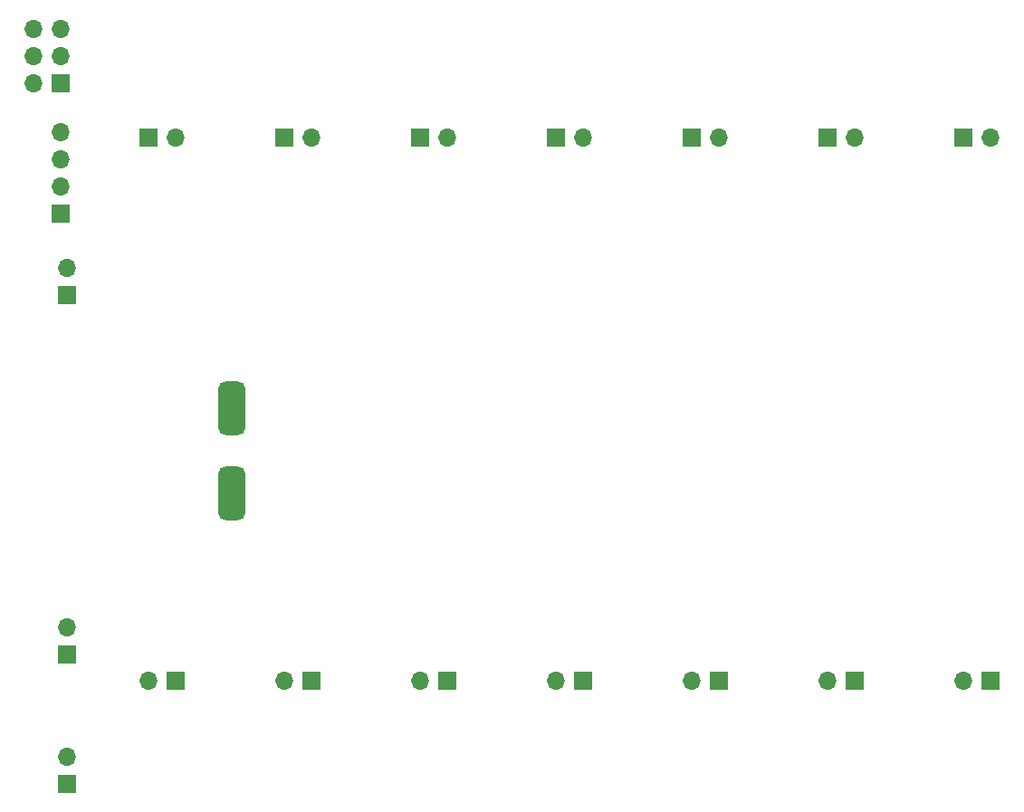
<source format=gbr>
%TF.GenerationSoftware,KiCad,Pcbnew,6.0.0*%
%TF.CreationDate,2022-01-12T20:58:30-05:00*%
%TF.ProjectId,output-board,6f757470-7574-42d6-926f-6172642e6b69,rev?*%
%TF.SameCoordinates,Original*%
%TF.FileFunction,Soldermask,Bot*%
%TF.FilePolarity,Negative*%
%FSLAX46Y46*%
G04 Gerber Fmt 4.6, Leading zero omitted, Abs format (unit mm)*
G04 Created by KiCad (PCBNEW 6.0.0) date 2022-01-12 20:58:30*
%MOMM*%
%LPD*%
G01*
G04 APERTURE LIST*
G04 Aperture macros list*
%AMRoundRect*
0 Rectangle with rounded corners*
0 $1 Rounding radius*
0 $2 $3 $4 $5 $6 $7 $8 $9 X,Y pos of 4 corners*
0 Add a 4 corners polygon primitive as box body*
4,1,4,$2,$3,$4,$5,$6,$7,$8,$9,$2,$3,0*
0 Add four circle primitives for the rounded corners*
1,1,$1+$1,$2,$3*
1,1,$1+$1,$4,$5*
1,1,$1+$1,$6,$7*
1,1,$1+$1,$8,$9*
0 Add four rect primitives between the rounded corners*
20,1,$1+$1,$2,$3,$4,$5,0*
20,1,$1+$1,$4,$5,$6,$7,0*
20,1,$1+$1,$6,$7,$8,$9,0*
20,1,$1+$1,$8,$9,$2,$3,0*%
G04 Aperture macros list end*
%ADD10R,1.700000X1.700000*%
%ADD11O,1.700000X1.700000*%
%ADD12RoundRect,0.625000X0.625000X-1.875000X0.625000X1.875000X-0.625000X1.875000X-0.625000X-1.875000X0*%
G04 APERTURE END LIST*
D10*
%TO.C,J8*%
X85979000Y-42724000D03*
D11*
X88519000Y-42724000D03*
%TD*%
D10*
%TO.C,J6*%
X40259000Y-57404000D03*
D11*
X40259000Y-54864000D03*
%TD*%
D10*
%TO.C,J20*%
X88519000Y-93524000D03*
D11*
X85979000Y-93524000D03*
%TD*%
D10*
%TO.C,J13*%
X63119000Y-93524000D03*
D11*
X60579000Y-93524000D03*
%TD*%
D10*
%TO.C,J11*%
X124079000Y-42724000D03*
D11*
X126619000Y-42724000D03*
%TD*%
D10*
%TO.C,J19*%
X39624000Y-37592000D03*
D11*
X37084000Y-37592000D03*
X39624000Y-35052000D03*
X37084000Y-35052000D03*
X39624000Y-32512000D03*
X37084000Y-32512000D03*
%TD*%
D10*
%TO.C,J4*%
X40259000Y-103124000D03*
D11*
X40259000Y-100584000D03*
%TD*%
D10*
%TO.C,J2*%
X60579000Y-42724000D03*
D11*
X63119000Y-42724000D03*
%TD*%
D10*
%TO.C,J7*%
X73279000Y-42724000D03*
D11*
X75819000Y-42724000D03*
%TD*%
D10*
%TO.C,J9*%
X98679000Y-42724000D03*
D11*
X101219000Y-42724000D03*
%TD*%
D10*
%TO.C,J10*%
X111379000Y-42724000D03*
D11*
X113919000Y-42724000D03*
%TD*%
D10*
%TO.C,J16*%
X113919000Y-93524000D03*
D11*
X111379000Y-93524000D03*
%TD*%
D10*
%TO.C,J14*%
X40259000Y-91064000D03*
D11*
X40259000Y-88524000D03*
%TD*%
D10*
%TO.C,J15*%
X126619000Y-93524000D03*
D11*
X124079000Y-93524000D03*
%TD*%
D10*
%TO.C,J17*%
X101219000Y-93524000D03*
D11*
X98679000Y-93524000D03*
%TD*%
D10*
%TO.C,J12*%
X75819000Y-93524000D03*
D11*
X73279000Y-93524000D03*
%TD*%
D10*
%TO.C,J1*%
X47879000Y-42724000D03*
D11*
X50419000Y-42724000D03*
%TD*%
D12*
%TO.C,J3*%
X55619000Y-68059000D03*
X55619000Y-75959000D03*
%TD*%
D10*
%TO.C,J18*%
X50419000Y-93524000D03*
D11*
X47879000Y-93524000D03*
%TD*%
D10*
%TO.C,J5*%
X39624000Y-49784000D03*
D11*
X39624000Y-47244000D03*
X39624000Y-44704000D03*
X39624000Y-42164000D03*
%TD*%
M02*

</source>
